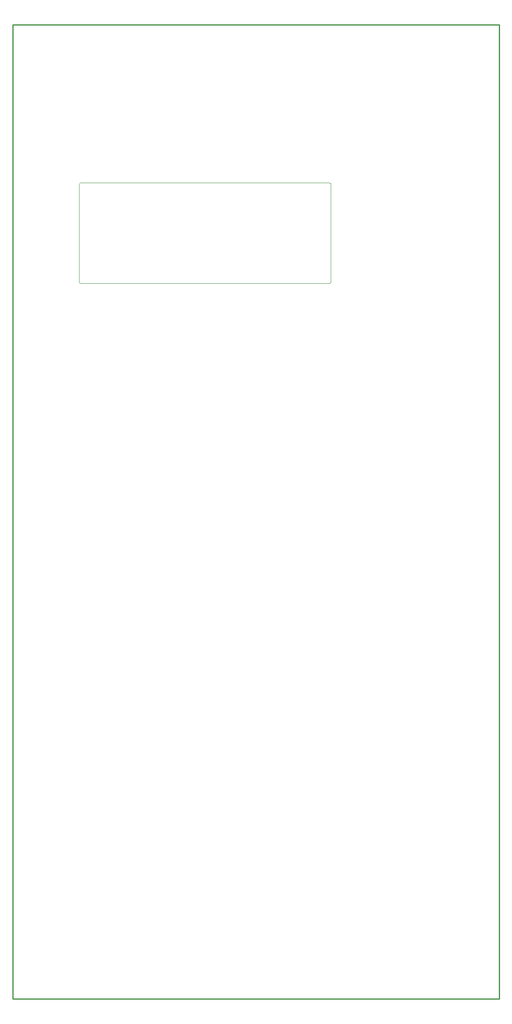
<source format=gko>
G04 Layer: BoardOutlineLayer*
G04 EasyEDA v6.5.48, 2025-02-08 06:39:44*
G04 da37e12b6d714248abb1756c4e4e4594,e30bb724354f420a97504b8da3067676,10*
G04 Gerber Generator version 0.2*
G04 Scale: 100 percent, Rotated: No, Reflected: No *
G04 Dimensions in millimeters *
G04 leading zeros omitted , absolute positions ,4 integer and 5 decimal *
%FSLAX45Y45*%
%MOMM*%

%ADD10C,0.2540*%
%ADD11C,0.0254*%
D10*
X0Y19999960D02*
G01*
X9999979Y19999960D01*
X9999979Y0D01*
X0Y0D01*
X0Y19999960D01*
D11*
G75*
G01*
X1385448Y14693986D02*
G02*
X1375289Y14699065I0J12700D01*
X1375289Y14699064D02*
G01*
X1367765Y14709092D01*
G75*
G01*
X1367766Y14709093D02*
G02*
X1365225Y14716714I10159J7621D01*
X1365224Y14716714D02*
G01*
X1365224Y16727754D01*
G75*
G01*
X1365225Y16727754D02*
G02*
X1365605Y16730840I12700J0D01*
X1365605Y16730840D02*
G01*
X1368117Y16740868D01*
G75*
G01*
X1368117Y16740868D02*
G02*
X1375726Y16749576I12320J-3086D01*
X1375725Y16749576D02*
G01*
X1388265Y16754584D01*
G75*
G01*
X1388266Y16754585D02*
G02*
X1392977Y16755491I4711J-11794D01*
X1392976Y16755491D02*
G01*
X6508302Y16755491D01*
G75*
G01*
X6508303Y16755491D02*
G02*
X6514835Y16753682I0J-12700D01*
X6514835Y16753682D02*
G01*
X6527375Y16746161D01*
G75*
G01*
X6527375Y16746161D02*
G02*
X6533161Y16738362I-6532J-10891D01*
X6533160Y16738362D02*
G01*
X6535678Y16728334D01*
G75*
G01*
X6535678Y16728334D02*
G02*
X6536060Y16725242I-12318J-3091D01*
X6536060Y16725242D02*
G01*
X6536060Y14721735D01*
G75*
G01*
X6536060Y14721736D02*
G02*
X6535678Y14718645I-12700J0D01*
X6535678Y14718645D02*
G01*
X6533161Y14708612D01*
G75*
G01*
X6533161Y14708612D02*
G02*
X6526527Y14700346I-12318J3091D01*
X6526527Y14700346D02*
G01*
X6516504Y14695329D01*
G75*
G01*
X6516504Y14695330D02*
G02*
X6510820Y14693986I-5684J11356D01*
X6510820Y14693986D02*
G01*
X1385448Y14693986D01*
X1385448Y14693986D02*
G01*
X1385448Y14693986D01*

%LPD*%
M02*

</source>
